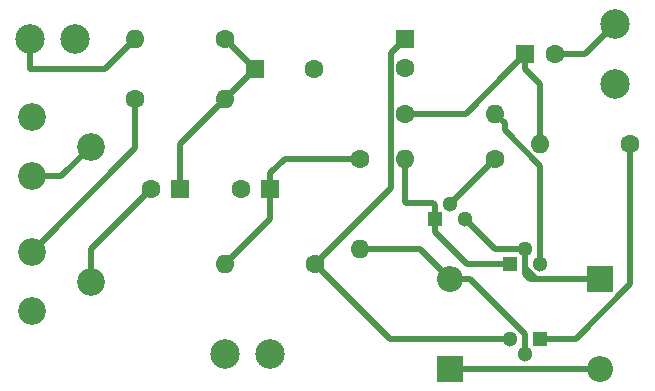
<source format=gbr>
G04 #@! TF.GenerationSoftware,KiCad,Pcbnew,5.1.5+dfsg1-2build2*
G04 #@! TF.CreationDate,2020-05-28T19:54:34-06:00*
G04 #@! TF.ProjectId,JAT 3t amplifier,4a415420-3374-4206-916d-706c69666965,rev?*
G04 #@! TF.SameCoordinates,Original*
G04 #@! TF.FileFunction,Copper,L1,Top*
G04 #@! TF.FilePolarity,Positive*
%FSLAX46Y46*%
G04 Gerber Fmt 4.6, Leading zero omitted, Abs format (unit mm)*
G04 Created by KiCad (PCBNEW 5.1.5+dfsg1-2build2) date 2020-05-28 19:54:34*
%MOMM*%
%LPD*%
G04 APERTURE LIST*
%ADD10C,2.499360*%
%ADD11C,2.340000*%
%ADD12O,1.600000X1.600000*%
%ADD13C,1.600000*%
%ADD14R,1.600000X1.600000*%
%ADD15R,1.300000X1.300000*%
%ADD16C,1.300000*%
%ADD17O,2.200000X2.200000*%
%ADD18R,2.200000X2.200000*%
%ADD19C,0.500000*%
G04 APERTURE END LIST*
D10*
X704850000Y-967740000D03*
X659130000Y-963930000D03*
X675640000Y-990600000D03*
X671830000Y-990600000D03*
X704850000Y-962660000D03*
X655320000Y-963930000D03*
D11*
X655425302Y-970590000D03*
X660425302Y-973090000D03*
X655425302Y-975590000D03*
D12*
X671830000Y-982980000D03*
D13*
X679450000Y-982980000D03*
X665520000Y-976630000D03*
D14*
X668020000Y-976630000D03*
D12*
X694690000Y-970280000D03*
D13*
X687070000Y-970280000D03*
D12*
X687070000Y-974090000D03*
D13*
X694690000Y-974090000D03*
D11*
X655425302Y-981990000D03*
X660425302Y-984490000D03*
X655425302Y-986990000D03*
D13*
X679370000Y-966470000D03*
D14*
X674370000Y-966470000D03*
D12*
X698500000Y-972820000D03*
D13*
X706120000Y-972820000D03*
D12*
X683260000Y-981710000D03*
D13*
X683260000Y-974090000D03*
D12*
X671830000Y-969010000D03*
D13*
X664210000Y-969010000D03*
D12*
X664210000Y-963930000D03*
D13*
X671830000Y-963930000D03*
D15*
X695960000Y-982980000D03*
D16*
X698500000Y-982980000D03*
X697230000Y-981710000D03*
D15*
X698500000Y-989330000D03*
D16*
X695960000Y-989330000D03*
X697230000Y-990600000D03*
D15*
X689610000Y-979170000D03*
D16*
X692150000Y-979170000D03*
X690880000Y-977900000D03*
D17*
X703580000Y-991870000D03*
D18*
X703580000Y-984250000D03*
D17*
X690880000Y-984250000D03*
D18*
X690880000Y-991870000D03*
D13*
X699730000Y-965200000D03*
D14*
X697230000Y-965200000D03*
D13*
X687070000Y-966430000D03*
D14*
X687070000Y-963930000D03*
D13*
X673140000Y-976630000D03*
D14*
X675640000Y-976630000D03*
D19*
X692270000Y-982980000D02*
X695960000Y-982980000D01*
X689610000Y-980320000D02*
X692270000Y-982980000D01*
X689610000Y-979170000D02*
X689610000Y-980320000D01*
X689610000Y-978020000D02*
X689610000Y-979170000D01*
X689450000Y-977860000D02*
X689610000Y-978020000D01*
X687150000Y-977860000D02*
X689450000Y-977860000D01*
X687070000Y-977780000D02*
X687150000Y-977860000D01*
X687070000Y-974090000D02*
X687070000Y-977780000D01*
X664210000Y-973205302D02*
X664210000Y-969010000D01*
X655425302Y-981990000D02*
X664210000Y-973205302D01*
X668020000Y-972820000D02*
X671830000Y-969010000D01*
X668020000Y-976630000D02*
X668020000Y-972820000D01*
X671830000Y-969010000D02*
X674370000Y-966470000D01*
X674370000Y-966470000D02*
X671830000Y-963930000D01*
X660425302Y-981724698D02*
X665520000Y-976630000D01*
X660425302Y-984490000D02*
X660425302Y-981724698D01*
X698500000Y-972820000D02*
X698500000Y-967740000D01*
X692180000Y-970280000D02*
X695960000Y-966500000D01*
X687070000Y-970280000D02*
X692180000Y-970280000D01*
X698470000Y-967740000D02*
X698500000Y-967740000D01*
X697230000Y-966500000D02*
X698470000Y-967740000D01*
X697230000Y-965200000D02*
X697230000Y-966500000D01*
X695960000Y-966470000D02*
X697230000Y-965200000D01*
X695960000Y-966500000D02*
X695960000Y-966470000D01*
X682128630Y-974090000D02*
X683260000Y-974090000D01*
X675640000Y-975330000D02*
X676880000Y-974090000D01*
X675640000Y-976630000D02*
X675640000Y-975330000D01*
X675640000Y-979170000D02*
X675640000Y-976630000D01*
X671830000Y-982980000D02*
X675640000Y-979170000D01*
X683260000Y-974090000D02*
X676910000Y-974090000D01*
X679450000Y-982980000D02*
X685800000Y-989330000D01*
X685800000Y-989330000D02*
X695960000Y-989330000D01*
X685819999Y-976610001D02*
X679450000Y-982980000D01*
X685819999Y-965180001D02*
X685819999Y-976610001D01*
X687070000Y-963930000D02*
X685819999Y-965180001D01*
X702310000Y-965200000D02*
X704850000Y-962660000D01*
X699730000Y-965200000D02*
X702310000Y-965200000D01*
X688340000Y-981710000D02*
X690880000Y-984250000D01*
X683260000Y-981710000D02*
X688340000Y-981710000D01*
X697230000Y-988971998D02*
X697230000Y-990600000D01*
X692508002Y-984250000D02*
X697230000Y-988971998D01*
X690880000Y-984250000D02*
X692508002Y-984250000D01*
X690880000Y-991870000D02*
X703580000Y-991870000D01*
X697659998Y-984250000D02*
X701040001Y-984250000D01*
X697230000Y-983820002D02*
X697659998Y-984250000D01*
X697230000Y-981710000D02*
X697230000Y-983820002D01*
X698141998Y-984250000D02*
X703580000Y-984250000D01*
X697230000Y-983338002D02*
X698141998Y-984250000D01*
X697230000Y-981710000D02*
X697230000Y-983338002D01*
X697230000Y-981710000D02*
X694690000Y-981710000D01*
X694690000Y-981710000D02*
X692150000Y-979170000D01*
X690880000Y-977900000D02*
X694690000Y-974090000D01*
X657925302Y-975590000D02*
X660425302Y-973090000D01*
X655425302Y-975590000D02*
X657925302Y-975590000D01*
X698500000Y-989330000D02*
X699650000Y-989330000D01*
X706120000Y-984720002D02*
X706120000Y-972820000D01*
X701510002Y-989330000D02*
X706120000Y-984720002D01*
X698500000Y-989330000D02*
X701510002Y-989330000D01*
X695489999Y-971079999D02*
X694690000Y-970280000D01*
X695489999Y-971660001D02*
X695489999Y-971079999D01*
X698500000Y-974670002D02*
X695489999Y-971660001D01*
X698500000Y-982980000D02*
X698500000Y-974670002D01*
X655320000Y-966470000D02*
X655320000Y-963930000D01*
X661670000Y-966470000D02*
X655320000Y-966470000D01*
X664210000Y-963930000D02*
X661670000Y-966470000D01*
M02*

</source>
